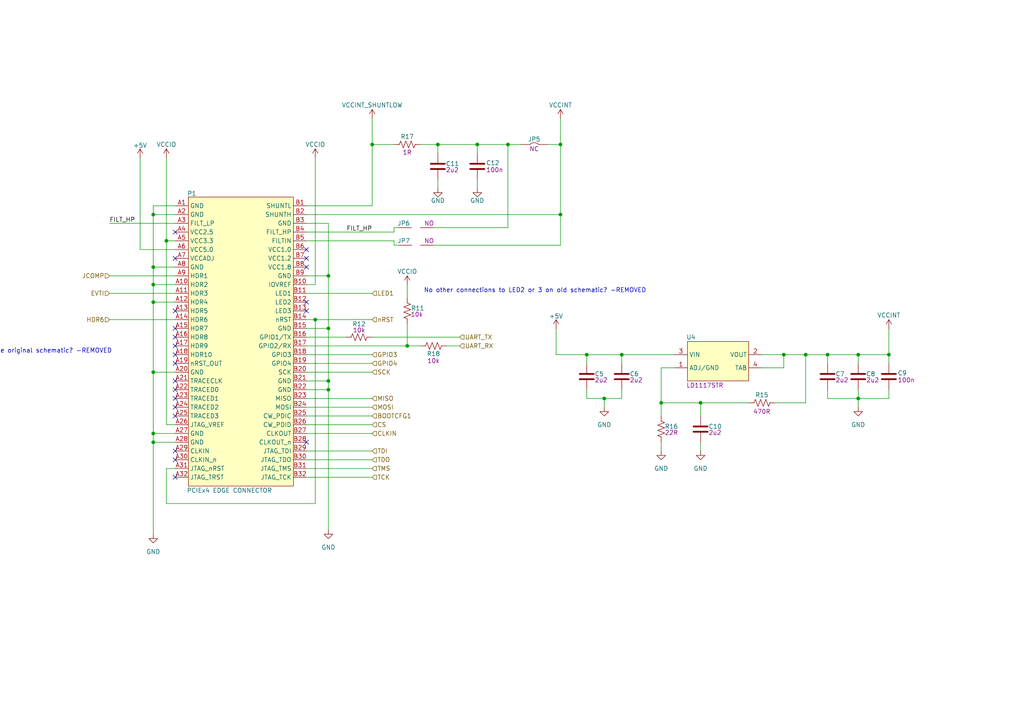
<source format=kicad_sch>
(kicad_sch (version 20231120) (generator "eeschema") (generator_version "8.0")
  (paper "A4")
  (lib_symbols
    (symbol "0603_Yageo_Res:RES_10k_0603" (pin_numbers hide)
      (property "Reference" "R" (at -20.32 5.08 0))
      (property "Display Value" "10k" (at 15.24 5.08 0))
      (symbol "RES_10k_0603_0_1"
        (polyline (pts (xy -2.286 0) (xy -2.54 0)))
        (polyline (pts (xy 2.286 0) (xy 2.54 0)))
        (polyline (pts (xy -2.286 0) (xy -1.905 1.016) (xy -1.524 0) (xy -1.143 -1.016) (xy -0.762 0)))
        (polyline (pts (xy -0.762 0) (xy -0.381 1.016) (xy 0 0) (xy 0.381 -1.016) (xy 0.762 0)))
        (polyline (pts (xy 0.762 0) (xy 1.143 1.016) (xy 1.524 0) (xy 1.905 -1.016) (xy 2.286 0)))
      )
      (symbol "RES_10k_0603_1_1"
        (pin passive line (at -3.81 0 0) (length 1.27) (name "~") (number "1"))
        (pin passive line (at 3.81 0 180) (length 1.27) (name "~") (number "2"))
      )
    )
    (symbol "0603_Yageo_Res:RES_22R_0603" (pin_numbers hide)
      (property "Reference" "R" (at -20.32 5.08 0))
      (property "Display Value" "22R" (at 15.24 5.08 0))
      (symbol "RES_22R_0603_0_1"
        (polyline (pts (xy -2.286 0) (xy -2.54 0)))
        (polyline (pts (xy 2.286 0) (xy 2.54 0)))
        (polyline (pts (xy -2.286 0) (xy -1.905 1.016) (xy -1.524 0) (xy -1.143 -1.016) (xy -0.762 0)))
        (polyline (pts (xy -0.762 0) (xy -0.381 1.016) (xy 0 0) (xy 0.381 -1.016) (xy 0.762 0)))
        (polyline (pts (xy 0.762 0) (xy 1.143 1.016) (xy 1.524 0) (xy 1.905 -1.016) (xy 2.286 0)))
      )
      (symbol "RES_22R_0603_1_1"
        (pin passive line (at -3.81 0 0) (length 1.27) (name "~") (number "1"))
        (pin passive line (at 3.81 0 180) (length 1.27) (name "~") (number "2"))
      )
    )
    (symbol "0603_Yageo_Res:RES_470R_0603" (pin_numbers hide)
      (property "Reference" "R" (at -20.32 5.08 0))
      (property "Display Value" "470R" (at 15.24 5.08 0))
      (symbol "RES_470R_0603_0_1"
        (polyline (pts (xy -2.286 0) (xy -2.54 0)))
        (polyline (pts (xy 2.286 0) (xy 2.54 0)))
        (polyline (pts (xy -2.286 0) (xy -1.905 1.016) (xy -1.524 0) (xy -1.143 -1.016) (xy -0.762 0)))
        (polyline (pts (xy -0.762 0) (xy -0.381 1.016) (xy 0 0) (xy 0.381 -1.016) (xy 0.762 0)))
        (polyline (pts (xy 0.762 0) (xy 1.143 1.016) (xy 1.524 0) (xy 1.905 -1.016) (xy 2.286 0)))
      )
      (symbol "RES_470R_0603_1_1"
        (pin passive line (at -3.81 0 0) (length 1.27) (name "~") (number "1"))
        (pin passive line (at 3.81 0 180) (length 1.27) (name "~") (number "2"))
      )
    )
    (symbol "NAE_Connectors:CW312T-Template" (in_bom no)
      (property "Reference" "P" (at -15.24 3.81 0))
      (property "Value" "PCIEx4 EDGE CONNECTOR " (at 3.81 3.81 0))
      (symbol "CW312T-Template_1_1"
        (rectangle (start -15.24 2.54) (end 15.24 -81.28) (fill (type background)))
        (pin unspecified line (at -19.05 0 0) (length 3.81) (name "GND") (number "A1"))
        (pin unspecified line (at -19.05 -22.86 0) (length 3.81) (name "HDR2") (number "A10"))
        (pin unspecified line (at -19.05 -25.4 0) (length 3.81) (name "HDR3") (number "A11"))
        (pin unspecified line (at -19.05 -27.94 0) (length 3.81) (name "HDR4") (number "A12"))
        (pin unspecified line (at -19.05 -30.48 0) (length 3.81) (name "HDR5") (number "A13"))
        (pin unspecified line (at -19.05 -33.02 0) (length 3.81) (name "HDR6") (number "A14"))
        (pin unspecified line (at -19.05 -35.56 0) (length 3.81) (name "HDR7") (number "A15"))
        (pin unspecified line (at -19.05 -38.1 0) (length 3.81) (name "HDR8") (number "A16"))
        (pin unspecified line (at -19.05 -40.64 0) (length 3.81) (name "HDR9") (number "A17"))
        (pin unspecified line (at -19.05 -43.18 0) (length 3.81) (name "HDR10") (number "A18"))
        (pin unspecified line (at -19.05 -45.72 0) (length 3.81) (name "nRST_OUT") (number "A19"))
        (pin unspecified line (at -19.05 -2.54 0) (length 3.81) (name "GND") (number "A2"))
        (pin unspecified line (at -19.05 -48.26 0) (length 3.81) (name "GND") (number "A20"))
        (pin unspecified line (at -19.05 -50.8 0) (length 3.81) (name "TRACECLK") (number "A21"))
        (pin unspecified line (at -19.05 -53.34 0) (length 3.81) (name "TRACED0") (number "A22"))
        (pin unspecified line (at -19.05 -55.88 0) (length 3.81) (name "TRACED1") (number "A23"))
        (pin unspecified line (at -19.05 -58.42 0) (length 3.81) (name "TRACED2") (number "A24"))
        (pin unspecified line (at -19.05 -60.96 0) (length 3.81) (name "TRACED3") (number "A25"))
        (pin unspecified line (at -19.05 -63.5 0) (length 3.81) (name "JTAG_VREF") (number "A26"))
        (pin unspecified line (at -19.05 -66.04 0) (length 3.81) (name "GND") (number "A27"))
        (pin unspecified line (at -19.05 -68.58 0) (length 3.81) (name "GND") (number "A28"))
        (pin unspecified line (at -19.05 -71.12 0) (length 3.81) (name "CLKIN") (number "A29"))
        (pin unspecified line (at -19.05 -5.08 0) (length 3.81) (name "FILT_LP") (number "A3"))
        (pin unspecified line (at -19.05 -73.66 0) (length 3.81) (name "CLKIN_n") (number "A30"))
        (pin unspecified line (at -19.05 -76.2 0) (length 3.81) (name "JTAG_nRST") (number "A31"))
        (pin unspecified line (at -19.05 -78.74 0) (length 3.81) (name "JTAG_TRST") (number "A32"))
        (pin unspecified line (at -19.05 -7.62 0) (length 3.81) (name "VCC2.5") (number "A4"))
        (pin unspecified line (at -19.05 -10.16 0) (length 3.81) (name "VCC3.3") (number "A5"))
        (pin unspecified line (at -19.05 -12.7 0) (length 3.81) (name "VCC5.0") (number "A6"))
        (pin unspecified line (at -19.05 -15.24 0) (length 3.81) (name "VCCADJ") (number "A7"))
        (pin unspecified line (at -19.05 -17.78 0) (length 3.81) (name "GND") (number "A8"))
        (pin unspecified line (at -19.05 -20.32 0) (length 3.81) (name "HDR1") (number "A9"))
        (pin unspecified line (at 19.05 0 180) (length 3.81) (name "SHUNTL") (number "B1"))
        (pin unspecified line (at 19.05 -22.86 180) (length 3.81) (name "IOVREF") (number "B10"))
        (pin unspecified line (at 19.05 -25.4 180) (length 3.81) (name "LED1") (number "B11"))
        (pin unspecified line (at 19.05 -27.94 180) (length 3.81) (name "LED2") (number "B12"))
        (pin unspecified line (at 19.05 -30.48 180) (length 3.81) (name "LED3") (number "B13"))
        (pin unspecified line (at 19.05 -33.02 180) (length 3.81) (name "nRST") (number "B14"))
        (pin unspecified line (at 19.05 -35.56 180) (length 3.81) (name "GND") (number "B15"))
        (pin unspecified line (at 19.05 -38.1 180) (length 3.81) (name "GPIO1/TX") (number "B16"))
        (pin unspecified line (at 19.05 -40.64 180) (length 3.81) (name "GPIO2/RX") (number "B17"))
        (pin unspecified line (at 19.05 -43.18 180) (length 3.81) (name "GPIO3") (number "B18"))
        (pin unspecified line (at 19.05 -45.72 180) (length 3.81) (name "GPIO4") (number "B19"))
        (pin unspecified line (at 19.05 -2.54 180) (length 3.81) (name "SHUNTH") (number "B2"))
        (pin unspecified line (at 19.05 -48.26 180) (length 3.81) (name "SCK") (number "B20"))
        (pin unspecified line (at 19.05 -50.8 180) (length 3.81) (name "GND") (number "B21"))
        (pin unspecified line (at 19.05 -53.34 180) (length 3.81) (name "GND") (number "B22"))
        (pin unspecified line (at 19.05 -55.88 180) (length 3.81) (name "MISO") (number "B23"))
        (pin unspecified line (at 19.05 -58.42 180) (length 3.81) (name "MOSI") (number "B24"))
        (pin unspecified line (at 19.05 -60.96 180) (length 3.81) (name "CW_PDIC") (number "B25"))
        (pin unspecified line (at 19.05 -63.5 180) (length 3.81) (name "CW_PDID") (number "B26"))
        (pin unspecified line (at 19.05 -66.04 180) (length 3.81) (name "CLKOUT") (number "B27"))
        (pin unspecified line (at 19.05 -68.58 180) (length 3.81) (name "CLKOUT_n") (number "B28"))
        (pin unspecified line (at 19.05 -71.12 180) (length 3.81) (name "JTAG_TDI") (number "B29"))
        (pin unspecified line (at 19.05 -5.08 180) (length 3.81) (name "GND") (number "B3"))
        (pin unspecified line (at 19.05 -73.66 180) (length 3.81) (name "JTAG_TDO") (number "B30"))
        (pin unspecified line (at 19.05 -76.2 180) (length 3.81) (name "JTAG_TMS") (number "B31"))
        (pin unspecified line (at 19.05 -78.74 180) (length 3.81) (name "JTAG_TCK") (number "B32"))
        (pin unspecified line (at 19.05 -7.62 180) (length 3.81) (name "FILT_HP") (number "B4"))
        (pin unspecified line (at 19.05 -10.16 180) (length 3.81) (name "FILTIN") (number "B5"))
        (pin unspecified line (at 19.05 -12.7 180) (length 3.81) (name "VCC1.0") (number "B6"))
        (pin unspecified line (at 19.05 -15.24 180) (length 3.81) (name "VCC1.2") (number "B7"))
        (pin unspecified line (at 19.05 -17.78 180) (length 3.81) (name "VCC1.8") (number "B8"))
        (pin unspecified line (at 19.05 -20.32 180) (length 3.81) (name "GND") (number "B9"))
      )
    )
    (symbol "NAE_Connectors:Solder_Jumper_2_NO" (pin_numbers hide) (in_bom no)
      (property "Reference" "JP" (at 2.54 2.54 0))
      (property "Display Value" "NO" (at 2.54 0 0))
      (symbol "Solder_Jumper_2_NO_1_1"
        (pin unspecified line (at 0 -5.08 90) (length 3.81) (name "") (number "1"))
        (pin unspecified line (at 0 5.08 270) (length 3.81) (name "") (number "2"))
      )
    )
    (symbol "NAE_Integrated_Circuits:LD1117STR"
      (property "Reference" "U" (at -7.62 6.35 0))
      (property "Display Value" "LD1117STR" (at -2.54 -7.62 0))
      (symbol "LD1117STR_1_1"
        (rectangle (start -8.89 5.08) (end 8.89 -6.35) (fill (type background)))
        (pin unspecified line (at -12.7 -2.54 0) (length 3.81) (name "ADJ/GND") (number "1"))
        (pin unspecified line (at 12.7 1.27 180) (length 3.81) (name "VOUT") (number "2"))
        (pin unspecified line (at -12.7 1.27 0) (length 3.81) (name "VIN") (number "3"))
        (pin unspecified line (at 12.7 -2.54 180) (length 3.81) (name "TAB") (number "4"))
      )
    )
    (symbol "nae_caps:CAP_100n_16V_0402" (pin_numbers hide)
      (property "Reference" "C" (at -20.32 5.08 0))
      (property "Display Value" "100n" (at 15.24 5.08 0))
      (symbol "CAP_100n_16V_0402_0_1"
        (polyline (pts (xy -0.762 -2.032) (xy -0.762 2.032)) (stroke (width 0.508)))
        (polyline (pts (xy 0.762 -2.032) (xy 0.762 2.032)) (stroke (width 0.508)))
      )
      (symbol "CAP_100n_16V_0402_1_1"
        (pin passive line (at -3.81 0 0) (length 2.794) (name "~") (number "1"))
        (pin passive line (at 3.81 0 180) (length 2.794) (name "~") (number "2"))
      )
    )
    (symbol "nae_caps:CAP_2u2_10V_0603" (pin_numbers hide)
      (property "Reference" "C" (at -20.32 5.08 0))
      (property "Display Value" "2u2" (at 15.24 5.08 0))
      (symbol "CAP_2u2_10V_0603_0_1"
        (polyline (pts (xy -0.762 -2.032) (xy -0.762 2.032)) (stroke (width 0.508)))
        (polyline (pts (xy 0.762 -2.032) (xy 0.762 2.032)) (stroke (width 0.508)))
      )
      (symbol "CAP_2u2_10V_0603_1_1"
        (pin passive line (at -3.81 0 0) (length 2.794) (name "~") (number "1"))
        (pin passive line (at 3.81 0 180) (length 2.794) (name "~") (number "2"))
      )
    )
    (symbol "power:GND" (power) (pin_numbers hide) (pin_names (offset 0) hide)
      (property "Value" "GND" (at 0 -3.81 0))
      (symbol "GND_0_1"
        (polyline (pts (xy 0 0) (xy 0 -1.27) (xy 1.27 -1.27) (xy 0 -2.54) (xy -1.27 -1.27) (xy 0 -1.27)))
      )
      (symbol "GND_1_1"
        (pin power_in line (at 0 0 270) (length 0) (name "~") (number "1"))
      )
    )
    (symbol "power:VCC" (power) (pin_numbers hide) (pin_names (offset 0) hide)
      (property "Value" "VCC" (at 0 3.556 0))
      (symbol "VCC_0_1"
        (polyline (pts (xy -0.762 1.27) (xy 0 2.54)))
        (polyline (pts (xy 0 0) (xy 0 2.54)))
        (polyline (pts (xy 0 2.54) (xy 0.762 1.27)))
      )
      (symbol "VCC_1_1"
        (pin power_in line (at 0 0 90) (length 0) (name "~") (number "1"))
      )
    )
    (symbol "tutorial_2_library:RES_1R_0805" (pin_numbers hide)
      (property "Reference" "R" (at -20.32 5.08 0))
      (property "Display Value" "1R" (at 15.24 5.08 0))
      (symbol "RES_1R_0805_0_1"
        (polyline (pts (xy -2.286 0) (xy -2.54 0)))
        (polyline (pts (xy 2.286 0) (xy 2.54 0)))
        (polyline (pts (xy -2.286 0) (xy -1.905 1.016) (xy -1.524 0) (xy -1.143 -1.016) (xy -0.762 0)))
        (polyline (pts (xy -0.762 0) (xy -0.381 1.016) (xy 0 0) (xy 0.381 -1.016) (xy 0.762 0)))
        (polyline (pts (xy 0.762 0) (xy 1.143 1.016) (xy 1.524 0) (xy 1.905 -1.016) (xy 2.286 0)))
      )
      (symbol "RES_1R_0805_1_1"
        (pin passive line (at -3.81 0 0) (length 1.27) (name "~") (number "1"))
        (pin passive line (at 3.81 0 180) (length 1.27) (name "~") (number "2"))
      )
    )
    (symbol "tutorial_2_library:Solder_Jumper_2_NC" (pin_numbers hide)
      (property "Reference" "JP" (at -3.81 3.81 0))
      (property "Display Value" "NC" (at -3.81 0 0))
      (symbol "Solder_Jumper_2_NC_1_1"
        (arc (start 0 1.27) (mid -0.526 0) (end 0 -1.27))
        (pin unspecified line (at 0 3.81 270) (length 2.54) (name "") (number "1"))
        (pin unspecified line (at 0 -3.81 90) (length 2.54) (name "") (number "2"))
      )
    )
  )
  (junction (at 248.92 102.87))
  (junction (at 44.45 62.23))
  (junction (at 95.25 110.49))
  (junction (at 175.26 115.57))
  (junction (at 127 41.91))
  (junction (at 170.18 102.87))
  (junction (at 44.45 128.27))
  (junction (at 180.34 102.87))
  (junction (at 44.45 107.95))
  (junction (at 44.45 87.63))
  (junction (at 227.33 102.87))
  (junction (at 91.44 92.71))
  (junction (at 118.11 100.33))
  (junction (at 248.92 115.57))
  (junction (at 48.26 69.85))
  (junction (at 44.45 77.47))
  (junction (at 233.68 102.87))
  (junction (at 203.2 116.84))
  (junction (at 147.32 41.91))
  (junction (at 257.81 102.87))
  (junction (at 162.56 41.91))
  (junction (at 95.25 113.03))
  (junction (at 191.77 116.84))
  (junction (at 240.03 102.87))
  (junction (at 44.45 125.73))
  (junction (at 95.25 95.25))
  (junction (at 162.56 62.23))
  (junction (at 44.45 82.55))
  (junction (at 138.43 41.91))
  (junction (at 95.25 80.01))
  (junction (at 107.95 41.91))
  (no_connect (at 50.8 97.79))
  (no_connect (at 50.8 105.41))
  (no_connect (at 50.8 67.31))
  (no_connect (at 50.8 110.49))
  (no_connect (at 88.9 74.93))
  (no_connect (at 50.8 133.35))
  (no_connect (at 50.8 90.17))
  (no_connect (at 88.9 72.39))
  (no_connect (at 50.8 118.11))
  (no_connect (at 88.9 128.27))
  (no_connect (at 50.8 130.81))
  (no_connect (at 88.9 87.63))
  (no_connect (at 50.8 100.33))
  (no_connect (at 50.8 102.87))
  (no_connect (at 50.8 120.65))
  (no_connect (at 50.8 113.03))
  (no_connect (at 50.8 138.43))
  (no_connect (at 50.8 115.57))
  (no_connect (at 88.9 90.17))
  (no_connect (at 50.8 74.93))
  (no_connect (at 88.9 77.47))
  (no_connect (at 50.8 95.25))
  (wire (pts (xy 191.77 128.27) (xy 191.77 130.81)))
  (wire (pts (xy 127 52.07) (xy 127 54.61)))
  (wire (pts (xy 48.26 135.89) (xy 48.26 146.05)))
  (wire (pts (xy 95.25 110.49) (xy 95.25 113.03)))
  (wire (pts (xy 114.3 71.12) (xy 114.3 69.85)))
  (wire (pts (xy 191.77 116.84) (xy 203.2 116.84)))
  (wire (pts (xy 180.34 115.57) (xy 180.34 113.03)))
  (wire (pts (xy 248.92 115.57) (xy 248.92 113.03)))
  (wire (pts (xy 48.26 123.19) (xy 50.8 123.19)))
  (wire (pts (xy 227.33 102.87) (xy 220.98 102.87)))
  (wire (pts (xy 248.92 115.57) (xy 248.92 118.11)))
  (wire (pts (xy 114.3 71.12) (xy 115.57 71.12)))
  (wire (pts (xy 175.26 115.57) (xy 175.26 118.11)))
  (wire (pts (xy 95.25 113.03) (xy 95.25 153.67)))
  (wire (pts (xy 88.9 102.87) (xy 107.95 102.87)))
  (wire (pts (xy 88.9 113.03) (xy 95.25 113.03)))
  (wire (pts (xy 50.8 135.89) (xy 48.26 135.89)))
  (wire (pts (xy 44.45 107.95) (xy 44.45 125.73)))
  (wire (pts (xy 88.9 92.71) (xy 91.44 92.71)))
  (wire (pts (xy 40.64 45.72) (xy 40.64 72.39)))
  (wire (pts (xy 95.25 80.01) (xy 95.25 95.25)))
  (wire (pts (xy 191.77 106.68) (xy 191.77 116.84)))
  (wire (pts (xy 175.26 115.57) (xy 180.34 115.57)))
  (wire (pts (xy 44.45 125.73) (xy 50.8 125.73)))
  (wire (pts (xy 138.43 52.07) (xy 138.43 54.61)))
  (wire (pts (xy 44.45 125.73) (xy 44.45 128.27)))
  (wire (pts (xy 240.03 115.57) (xy 248.92 115.57)))
  (wire (pts (xy 44.45 128.27) (xy 44.45 154.94)))
  (wire (pts (xy 88.9 97.79) (xy 100.33 97.79)))
  (wire (pts (xy 114.3 66.04) (xy 115.57 66.04)))
  (wire (pts (xy 138.43 41.91) (xy 127 41.91)))
  (wire (pts (xy 88.9 125.73) (xy 107.95 125.73)))
  (wire (pts (xy 88.9 130.81) (xy 107.95 130.81)))
  (wire (pts (xy 161.29 95.25) (xy 161.29 102.87)))
  (wire (pts (xy 88.9 135.89) (xy 107.95 135.89)))
  (wire (pts (xy 147.32 41.91) (xy 138.43 41.91)))
  (wire (pts (xy 114.3 67.31) (xy 88.9 67.31)))
  (wire (pts (xy 44.45 59.69) (xy 44.45 62.23)))
  (wire (pts (xy 95.25 95.25) (xy 95.25 110.49)))
  (wire (pts (xy 88.9 120.65) (xy 107.95 120.65)))
  (wire (pts (xy 88.9 80.01) (xy 95.25 80.01)))
  (wire (pts (xy 107.95 41.91) (xy 107.95 59.69)))
  (wire (pts (xy 195.58 102.87) (xy 180.34 102.87)))
  (wire (pts (xy 170.18 102.87) (xy 180.34 102.87)))
  (wire (pts (xy 220.98 106.68) (xy 227.33 106.68)))
  (wire (pts (xy 44.45 107.95) (xy 50.8 107.95)))
  (wire (pts (xy 257.81 95.25) (xy 257.81 102.87)))
  (wire (pts (xy 162.56 62.23) (xy 162.56 71.12)))
  (wire (pts (xy 88.9 62.23) (xy 162.56 62.23)))
  (wire (pts (xy 91.44 146.05) (xy 91.44 92.71)))
  (wire (pts (xy 248.92 102.87) (xy 248.92 105.41)))
  (wire (pts (xy 118.11 100.33) (xy 121.92 100.33)))
  (wire (pts (xy 240.03 102.87) (xy 248.92 102.87)))
  (wire (pts (xy 88.9 115.57) (xy 107.95 115.57)))
  (wire (pts (xy 88.9 95.25) (xy 95.25 95.25)))
  (wire (pts (xy 88.9 59.69) (xy 107.95 59.69)))
  (wire (pts (xy 44.45 62.23) (xy 44.45 77.47)))
  (wire (pts (xy 48.26 69.85) (xy 50.8 69.85)))
  (wire (pts (xy 138.43 41.91) (xy 138.43 44.45)))
  (wire (pts (xy 44.45 59.69) (xy 50.8 59.69)))
  (wire (pts (xy 180.34 102.87) (xy 180.34 105.41)))
  (wire (pts (xy 88.9 85.09) (xy 107.95 85.09)))
  (wire (pts (xy 114.3 66.04) (xy 114.3 67.31)))
  (wire (pts (xy 88.9 105.41) (xy 107.95 105.41)))
  (wire (pts (xy 107.95 41.91) (xy 114.3 41.91)))
  (wire (pts (xy 88.9 118.11) (xy 107.95 118.11)))
  (wire (pts (xy 162.56 41.91) (xy 162.56 62.23)))
  (wire (pts (xy 170.18 102.87) (xy 170.18 105.41)))
  (wire (pts (xy 125.73 71.12) (xy 162.56 71.12)))
  (wire (pts (xy 31.75 80.01) (xy 50.8 80.01)))
  (wire (pts (xy 44.45 62.23) (xy 50.8 62.23)))
  (wire (pts (xy 88.9 123.19) (xy 107.95 123.19)))
  (wire (pts (xy 48.26 69.85) (xy 48.26 123.19)))
  (wire (pts (xy 203.2 116.84) (xy 217.17 116.84)))
  (wire (pts (xy 44.45 82.55) (xy 44.45 87.63)))
  (wire (pts (xy 118.11 93.98) (xy 118.11 100.33)))
  (wire (pts (xy 44.45 87.63) (xy 50.8 87.63)))
  (wire (pts (xy 44.45 87.63) (xy 44.45 107.95)))
  (wire (pts (xy 125.73 66.04) (xy 147.32 66.04)))
  (wire (pts (xy 88.9 133.35) (xy 107.95 133.35)))
  (wire (pts (xy 257.81 102.87) (xy 257.81 105.41)))
  (wire (pts (xy 88.9 82.55) (xy 91.44 82.55)))
  (wire (pts (xy 88.9 138.43) (xy 107.95 138.43)))
  (wire (pts (xy 44.45 77.47) (xy 44.45 82.55)))
  (wire (pts (xy 91.44 92.71) (xy 107.95 92.71)))
  (wire (pts (xy 147.32 41.91) (xy 151.13 41.91)))
  (wire (pts (xy 114.3 69.85) (xy 88.9 69.85)))
  (wire (pts (xy 248.92 115.57) (xy 257.81 115.57)))
  (wire (pts (xy 227.33 102.87) (xy 233.68 102.87)))
  (wire (pts (xy 248.92 102.87) (xy 257.81 102.87)))
  (wire (pts (xy 240.03 113.03) (xy 240.03 115.57)))
  (wire (pts (xy 88.9 107.95) (xy 107.95 107.95)))
  (wire (pts (xy 240.03 102.87) (xy 240.03 105.41)))
  (wire (pts (xy 158.75 41.91) (xy 162.56 41.91)))
  (wire (pts (xy 203.2 128.27) (xy 203.2 130.81)))
  (wire (pts (xy 195.58 106.68) (xy 191.77 106.68)))
  (wire (pts (xy 88.9 100.33) (xy 118.11 100.33)))
  (wire (pts (xy 257.81 115.57) (xy 257.81 113.03)))
  (wire (pts (xy 31.75 64.77) (xy 50.8 64.77)))
  (wire (pts (xy 191.77 116.84) (xy 191.77 120.65)))
  (wire (pts (xy 48.26 45.72) (xy 48.26 69.85)))
  (wire (pts (xy 31.75 92.71) (xy 50.8 92.71)))
  (wire (pts (xy 44.45 82.55) (xy 50.8 82.55)))
  (wire (pts (xy 170.18 113.03) (xy 170.18 115.57)))
  (wire (pts (xy 224.79 116.84) (xy 233.68 116.84)))
  (wire (pts (xy 48.26 146.05) (xy 91.44 146.05)))
  (wire (pts (xy 44.45 77.47) (xy 50.8 77.47)))
  (wire (pts (xy 50.8 72.39) (xy 40.64 72.39)))
  (wire (pts (xy 88.9 64.77) (xy 95.25 64.77)))
  (wire (pts (xy 162.56 34.29) (xy 162.56 41.91)))
  (wire (pts (xy 127 41.91) (xy 127 44.45)))
  (wire (pts (xy 121.92 41.91) (xy 127 41.91)))
  (wire (pts (xy 227.33 106.68) (xy 227.33 102.87)))
  (wire (pts (xy 170.18 102.87) (xy 161.29 102.87)))
  (wire (pts (xy 129.54 100.33) (xy 133.35 100.33)))
  (wire (pts (xy 147.32 66.04) (xy 147.32 41.91)))
  (wire (pts (xy 88.9 110.49) (xy 95.25 110.49)))
  (wire (pts (xy 107.95 34.29) (xy 107.95 41.91)))
  (wire (pts (xy 91.44 45.72) (xy 91.44 82.55)))
  (wire (pts (xy 203.2 116.84) (xy 203.2 120.65)))
  (wire (pts (xy 95.25 64.77) (xy 95.25 80.01)))
  (wire (pts (xy 107.95 97.79) (xy 133.35 97.79)))
  (wire (pts (xy 31.75 85.09) (xy 50.8 85.09)))
  (wire (pts (xy 233.68 116.84) (xy 233.68 102.87)))
  (wire (pts (xy 44.45 128.27) (xy 50.8 128.27)))
  (wire (pts (xy 118.11 82.55) (xy 118.11 86.36)))
  (wire (pts (xy 233.68 102.87) (xy 240.03 102.87)))
  (wire (pts (xy 170.18 115.57) (xy 175.26 115.57)))
  (text "No connections to the other hdrs on the original schematic? -REMOVED\n" (at -3.048 101.854 0) (effects (font (size 1.27 1.27))))
  (text "No other connections to LED2 or 3 on old schematic? -REMOVED\n\n" (at 155.194 85.344 0) (effects (font (size 1.27 1.27))))
  (label "FILT_HP" (at 107.95 67.31 180))
  (label "FILT_HP" (at 31.75 64.77 0))
  (hierarchical_label "LED1" (shape input) (at 107.95 85.09 0))
  (hierarchical_label "UART_RX" (shape input) (at 133.35 100.33 0))
  (hierarchical_label "CS" (shape input) (at 107.95 123.19 0))
  (hierarchical_label "TDO" (shape input) (at 107.95 133.35 0))
  (hierarchical_label "TMS" (shape input) (at 107.95 135.89 0))
  (hierarchical_label "TDI" (shape input) (at 107.95 130.81 0))
  (hierarchical_label "CLKIN" (shape input) (at 107.95 125.73 0))
  (hierarchical_label "BOOTCFG1" (shape input) (at 107.95 120.65 0))
  (hierarchical_label "HDR6" (shape input) (at 31.75 92.71 180))
  (hierarchical_label "GPIO3" (shape input) (at 107.95 102.87 0))
  (hierarchical_label "TCK" (shape input) (at 107.95 138.43 0))
  (hierarchical_label "GPIO4" (shape input) (at 107.95 105.41 0))
  (hierarchical_label "SCK" (shape input) (at 107.95 107.95 0))
  (hierarchical_label "nRST" (shape input) (at 107.95 92.71 0))
  (hierarchical_label "UART_TX" (shape input) (at 133.35 97.79 0))
  (hierarchical_label "MOSI" (shape input) (at 107.95 118.11 0))
  (hierarchical_label "EVTI" (shape input) (at 31.75 85.09 180))
  (hierarchical_label "JCOMP" (shape input) (at 31.75 80.01 180))
  (hierarchical_label "MISO" (shape input) (at 107.95 115.57 0))
  (symbol (lib_id "0603_Yageo_Res:RES_470R_0603") (at 220.98 116.84 0) (unit 1)
    (property "Reference" "R15" (at 220.98 114.554 0))
    (property "Value" "RES_470R_0603" (effects (hide yes)))
    (property "Footprint" "Resistor_SMD:R_0603_1608Metric" (effects (hide yes)))
    (property "Datasheet" "https://www.yageo.com/upload/media/product/products/datasheet/rchip/PYu-RC_Group_51_RoHS_L_12.pdf" (effects (hide yes)))
    (property "Description" "RES 470 OHM 1% 1/10W 0603" (effects (hide yes)))
    (property "Display Value" "470R" (at 220.98 119.38 0))
    (property "Manufacturer" "YAGEO" (effects (hide yes)))
    (property "Manufacturer Part Number" "RC0603FR-13470RL" (effects (hide yes)))
    (property "Supplier 1" "DigiKey" (effects (hide yes)))
    (property "Supplier 1 Part Number" "13-RC0603FR-13470RLCT-ND" (effects (hide yes)))
    (property "Supplier 2" "no_data" (effects (hide yes)))
    (property "Supplier 2 Part Number" "no_data" (effects (hide yes)))
  )
  (symbol (lib_id "NAE_Connectors:Solder_Jumper_2_NO") (at 120.65 71.12 90) (unit 1) (in_bom no)
    (property "Reference" "JP7" (at 117.094 69.85 90))
    (property "Footprint" "Jumper:SolderJumper-2_P1.3mm_Open_Pad1.0x1.5mm" (effects (hide yes)))
    (property "Display Value" "NO" (at 124.46 69.85 90))
  )
  (symbol (lib_id "nae_caps:CAP_2u2_10V_0603") (at 127 48.26 90) (unit 1)
    (property "Reference" "C11" (at 129.286 47.498 90) (effects (justify right)))
    (property "Value" "CAP_2u2_10V_0603" (effects (hide yes)))
    (property "Footprint" "Capacitor_SMD:C_0603_1608Metric" (effects (hide yes)))
    (property "Datasheet" "https://www.yageo.com/upload/media/product/productsearch/datasheet/mlcc/UPY-GPHC_X7R_6.3V-to-250V_24.pdf" (effects (hide yes)))
    (property "Description" "CAP CER 2.2UF 10V X7R 0603" (effects (hide yes)))
    (property "Display Value" "2u2" (at 129.286 49.276 90) (effects (justify right)))
    (property "Manufacturer" "YAGEO" (effects (hide yes)))
    (property "Manufacturer Part Number" "CC0603KPX7R6BB225" (effects (hide yes)))
    (property "Supplier 1" "DigiKey" (effects (hide yes)))
    (property "Supplier 1 Part Number" "13-CC0603KPX7R6BB225CT-ND" (effects (hide yes)))
    (property "Supplier 2" "no_data" (effects (hide yes)))
    (property "Supplier 2 Part Number" "no_data" (effects (hide yes)))
  )
  (symbol (lib_id "power:GND") (at 191.77 130.81 0) (unit 1)
    (property "Reference" "#PWR013" (effects (hide yes)))
    (property "Value" "GND" (at 191.77 135.89 0))
    (property "Description" "Power symbol creates a global label with name \"GND\" , ground" (effects (hide yes)))
  )
  (symbol (lib_id "power:GND") (at 138.43 54.61 0) (unit 1)
    (property "Reference" "#PWR08" (effects (hide yes)))
    (property "Value" "GND" (at 138.43 58.166 0))
    (property "Description" "Power symbol creates a global label with name \"GND\" , ground" (effects (hide yes)))
  )
  (symbol (lib_id "0603_Yageo_Res:RES_10k_0603") (at 118.11 90.17 90) (unit 1)
    (property "Reference" "R11" (at 121.158 89.408 90))
    (property "Value" "RES_10k_0603" (effects (hide yes)))
    (property "Footprint" "Resistor_SMD:R_0603_1608Metric" (effects (hide yes)))
    (property "Datasheet" "https://www.yageo.com/upload/media/product/products/datasheet/rchip/PYu-RC_Group_51_RoHS_L_12.pdf" (effects (hide yes)))
    (property "Description" "RES 10K OHM 1% 1/10W 0603" (effects (hide yes)))
    (property "Display Value" "10k" (at 120.904 91.186 90))
    (property "Manufacturer" "YAGEO" (effects (hide yes)))
    (property "Manufacturer Part Number" "RC0603FR-0710KL" (effects (hide yes)))
    (property "Supplier 1" "DigiKey" (effects (hide yes)))
    (property "Supplier 1 Part Number" "311-10.0KHRCT-ND" (effects (hide yes)))
    (property "Supplier 2" "no_data" (effects (hide yes)))
    (property "Supplier 2 Part Number" "no_data" (effects (hide yes)))
  )
  (symbol (lib_id "power:GND") (at 95.25 153.67 0) (unit 1)
    (property "Reference" "#PWR04" (effects (hide yes)))
    (property "Value" "GND" (at 95.25 158.75 0))
    (property "Description" "Power symbol creates a global label with name \"GND\" , ground" (effects (hide yes)))
  )
  (symbol (lib_id "power:VCC") (at 257.81 95.25 0) (unit 1)
    (property "Reference" "#PWR015" (effects (hide yes)))
    (property "Value" "VCCINT" (at 257.81 91.44 0))
    (property "Description" "Power symbol creates a global label with name \"VCC\"" (effects (hide yes)))
  )
  (symbol (lib_id "tutorial_2_library:RES_1R_0805") (at 118.11 41.91 0) (unit 1)
    (property "Reference" "R17" (at 118.11 39.624 0))
    (property "Value" "RES_1R_0805" (effects (hide yes)))
    (property "Footprint" "Resistor_SMD:R_0805_2012Metric" (effects (hide yes)))
    (property "Datasheet" "https://www.yageo.com/upload/media/product/products/datasheet/rchip/PYu-RC_Group_51_RoHS_L_12.pdf" (effects (hide yes)))
    (property "Description" "RES 1 OHM 1% 1/8W 0805" (effects (hide yes)))
    (property "Display Value" "1R" (at 118.11 44.196 0))
    (property "Manufacturer" "YAGEO" (effects (hide yes)))
    (property "Manufacturer Part Number" "RC0805FR-071RL" (effects (hide yes)))
    (property "Supplier 1" "DigiKey" (effects (hide yes)))
    (property "Supplier 1 Part Number" "311-1.00CRCT-ND" (effects (hide yes)))
  )
  (symbol (lib_id "0603_Yageo_Res:RES_22R_0603") (at 191.77 124.46 90) (unit 1)
    (property "Reference" "R16" (at 192.786 123.698 90) (effects (justify right)))
    (property "Value" "RES_22R_0603" (effects (hide yes)))
    (property "Footprint" "Resistor_SMD:R_0603_1608Metric" (effects (hide yes)))
    (property "Datasheet" "https://www.yageo.com/upload/media/product/products/datasheet/rchip/PYu-RC_Group_51_RoHS_L_12.pdf" (effects (hide yes)))
    (property "Description" "RES 22 OHM 1% 1/10W 0603" (effects (hide yes)))
    (property "Display Value" "22R" (at 192.786 125.476 90) (effects (justify right)))
    (property "Manufacturer" "YAGEO" (effects (hide yes)))
    (property "Manufacturer Part Number" "RC0603FR-0722RL" (effects (hide yes)))
    (property "Supplier 1" "DigiKey" (effects (hide yes)))
    (property "Supplier 1 Part Number" "311-22.0HRCT-ND" (effects (hide yes)))
    (property "Supplier 2" "no_data" (effects (hide yes)))
    (property "Supplier 2 Part Number" "no_data" (effects (hide yes)))
  )
  (symbol (lib_id "power:GND") (at 44.45 154.94 0) (unit 1)
    (property "Reference" "#PWR03" (effects (hide yes)))
    (property "Value" "GND" (at 44.45 160.02 0))
    (property "Description" "Power symbol creates a global label with name \"GND\" , ground" (effects (hide yes)))
  )
  (symbol (lib_id "power:VCC") (at 107.95 34.29 0) (unit 1)
    (property "Reference" "#PWR010" (effects (hide yes)))
    (property "Value" "VCCINT_SHUNTLOW" (at 107.95 30.48 0))
    (property "Description" "Power symbol creates a global label with name \"VCC\"" (effects (hide yes)))
  )
  (symbol (lib_id "tutorial_2_library:Solder_Jumper_2_NC") (at 154.94 41.91 270) (unit 1)
    (property "Reference" "JP5" (at 154.94 40.386 90))
    (property "Footprint" "Jumper:SolderJumper-2_P1.3mm_Bridged2Bar_Pad1.0x1.5mm" (effects (hide yes)))
    (property "Display Value" "NC" (at 154.94 43.18 90))
  )
  (symbol (lib_id "nae_caps:CAP_2u2_10V_0603") (at 248.92 109.22 90) (unit 1)
    (property "Reference" "C8" (at 251.206 108.458 90) (effects (justify right)))
    (property "Value" "CAP_2u2_10V_0603" (effects (hide yes)))
    (property "Footprint" "Capacitor_SMD:C_0603_1608Metric" (effects (hide yes)))
    (property "Datasheet" "https://www.yageo.com/upload/media/product/productsearch/datasheet/mlcc/UPY-GPHC_X7R_6.3V-to-250V_24.pdf" (effects (hide yes)))
    (property "Description" "CAP CER 2.2UF 10V X7R 0603" (effects (hide yes)))
    (property "Display Value" "2u2" (at 251.206 110.236 90) (effects (justify right)))
    (property "Manufacturer" "YAGEO" (effects (hide yes)))
    (property "Manufacturer Part Number" "CC0603KPX7R6BB225" (effects (hide yes)))
    (property "Supplier 1" "DigiKey" (effects (hide yes)))
    (property "Supplier 1 Part Number" "13-CC0603KPX7R6BB225CT-ND" (effects (hide yes)))
    (property "Supplier 2" "no_data" (effects (hide yes)))
    (property "Supplier 2 Part Number" "no_data" (effects (hide yes)))
  )
  (symbol (lib_id "nae_caps:CAP_100n_16V_0402") (at 257.81 109.22 90) (unit 1)
    (property "Reference" "C9" (at 260.35 108.204 90) (effects (justify right)))
    (property "Value" "CAP_100n_16V_0402" (effects (hide yes)))
    (property "Footprint" "Capacitor_SMD:C_0402_1005Metric" (effects (hide yes)))
    (property "Datasheet" "https://www.yageo.com/upload/media/product/productsearch/datasheet/mlcc/UPY-GPHC_X7R_6.3V-to-250V_24.pdf" (effects (hide yes)))
    (property "Description" "CAP CER 0.1UF 16V X7R 0402" (effects (hide yes)))
    (property "Display Value" "100n" (at 260.35 110.236 90) (effects (justify right)))
    (property "Manufacturer" "YAGEO" (effects (hide yes)))
    (property "Manufacturer Part Number" "CC0402KRX7R7BB104" (effects (hide yes)))
    (property "Supplier 1" "DigiKey" (effects (hide yes)))
    (property "Supplier 1 Part Number" "311-1338-1-ND" (effects (hide yes)))
  )
  (symbol (lib_id "power:VCC") (at 162.56 34.29 0) (unit 1)
    (property "Reference" "#PWR09" (effects (hide yes)))
    (property "Value" "VCCINT" (at 162.56 30.48 0))
    (property "Description" "Power symbol creates a global label with name \"VCC\"" (effects (hide yes)))
  )
  (symbol (lib_id "0603_Yageo_Res:RES_10k_0603") (at 125.73 100.33 0) (unit 1)
    (property "Reference" "R18" (at 125.73 102.616 0))
    (property "Value" "RES_10k_0603" (effects (hide yes)))
    (property "Footprint" "Resistor_SMD:R_0603_1608Metric" (effects (hide yes)))
    (property "Datasheet" "https://www.yageo.com/upload/media/product/products/datasheet/rchip/PYu-RC_Group_51_RoHS_L_12.pdf" (effects (hide yes)))
    (property "Description" "RES 10K OHM 1% 1/10W 0603" (effects (hide yes)))
    (property "Display Value" "10k" (at 125.73 104.648 0))
    (property "Manufacturer" "YAGEO" (effects (hide yes)))
    (property "Manufacturer Part Number" "RC0603FR-0710KL" (effects (hide yes)))
    (property "Supplier 1" "DigiKey" (effects (hide yes)))
    (property "Supplier 1 Part Number" "311-10.0KHRCT-ND" (effects (hide yes)))
    (property "Supplier 2" "no_data" (effects (hide yes)))
    (property "Supplier 2 Part Number" "no_data" (effects (hide yes)))
  )
  (symbol (lib_id "nae_caps:CAP_2u2_10V_0603") (at 180.34 109.22 90) (unit 1)
    (property "Reference" "C6" (at 182.626 108.458 90) (effects (justify right)))
    (property "Value" "CAP_2u2_10V_0603" (effects (hide yes)))
    (property "Footprint" "Capacitor_SMD:C_0603_1608Metric" (effects (hide yes)))
    (property "Datasheet" "https://www.yageo.com/upload/media/product/productsearch/datasheet/mlcc/UPY-GPHC_X7R_6.3V-to-250V_24.pdf" (effects (hide yes)))
    (property "Description" "CAP CER 2.2UF 10V X7R 0603" (effects (hide yes)))
    (property "Display Value" "2u2" (at 182.626 110.236 90) (effects (justify right)))
    (property "Manufacturer" "YAGEO" (effects (hide yes)))
    (property "Manufacturer Part Number" "CC0603KPX7R6BB225" (effects (hide yes)))
    (property "Supplier 1" "DigiKey" (effects (hide yes)))
    (property "Supplier 1 Part Number" "13-CC0603KPX7R6BB225CT-ND" (effects (hide yes)))
    (property "Supplier 2" "no_data" (effects (hide yes)))
    (property "Supplier 2 Part Number" "no_data" (effects (hide yes)))
  )
  (symbol (lib_id "power:VCC") (at 91.44 45.72 0) (unit 1)
    (property "Reference" "#PWR05" (effects (hide yes)))
    (property "Value" "VCCIO" (at 91.44 41.91 0))
    (property "Description" "Power symbol creates a global label with name \"VCC\"" (effects (hide yes)))
  )
  (symbol (lib_id "power:VCC") (at 40.64 45.72 0) (unit 1)
    (property "Reference" "#PWR06" (effects (hide yes)))
    (property "Value" "+5V" (at 40.64 42.164 0))
    (property "Description" "Power symbol creates a global label with name \"VCC\"" (effects (hide yes)))
  )
  (symbol (lib_id "power:VCC") (at 118.11 82.55 0) (unit 1)
    (property "Reference" "#PWR01" (effects (hide yes)))
    (property "Value" "VCCIO" (at 118.11 78.74 0))
    (property "Description" "Power symbol creates a global label with name \"VCC\"" (effects (hide yes)))
  )
  (symbol (lib_id "0603_Yageo_Res:RES_10k_0603") (at 104.14 97.79 0) (unit 1)
    (property "Reference" "R12" (at 104.14 93.98 0))
    (property "Value" "RES_10k_0603" (effects (hide yes)))
    (property "Footprint" "Resistor_SMD:R_0603_1608Metric" (effects (hide yes)))
    (property "Datasheet" "https://www.yageo.com/upload/media/product/products/datasheet/rchip/PYu-RC_Group_51_RoHS_L_12.pdf" (effects (hide yes)))
    (property "Description" "RES 10K OHM 1% 1/10W 0603" (effects (hide yes)))
    (property "Display Value" "10k" (at 104.14 95.758 0))
    (property "Manufacturer" "YAGEO" (effects (hide yes)))
    (property "Manufacturer Part Number" "RC0603FR-0710KL" (effects (hide yes)))
    (property "Supplier 1" "DigiKey" (effects (hide yes)))
    (property "Supplier 1 Part Number" "311-10.0KHRCT-ND" (effects (hide yes)))
    (property "Supplier 2" "no_data" (effects (hide yes)))
    (property "Supplier 2 Part Number" "no_data" (effects (hide yes)))
  )
  (symbol (lib_id "NAE_Integrated_Circuits:LD1117STR") (at 208.28 104.14 0) (unit 1)
    (property "Reference" "U4" (at 200.406 97.79 0))
    (property "Value" "LD1117STR" (effects (hide yes)))
    (property "Footprint" "Package_TO_SOT_SMD:SOT-223" (effects (hide yes)))
    (property "Datasheet" "https://www.st.com/content/ccc/resource/technical/document/datasheet/99/3b/7d/91/91/51/4b/be/CD00000544.pdf/files/CD00000544.pdf/jcr:content/translations/en.CD00000544.pdf" (effects (hide yes)))
    (property "Description" "IC REG LIN POS ADJ 800MA SOT223" (effects (hide yes)))
    (property "Display Value" "LD1117STR" (at 204.47 111.76 0))
    (property "Manufacturer" "STMicroelectronics" (effects (hide yes)))
    (property "Manufacturer Part Number" "LD1117STR" (effects (hide yes)))
    (property "Supplier 1" "DigiKey" (effects (hide yes)))
    (property "Supplier 1 Part Number" "497-1244-1-ND" (effects (hide yes)))
  )
  (symbol (lib_id "power:VCC") (at 48.26 45.72 0) (unit 1)
    (property "Reference" "#PWR02" (effects (hide yes)))
    (property "Value" "VCCIO" (at 48.26 41.91 0))
    (property "Description" "Power symbol creates a global label with name \"VCC\"" (effects (hide yes)))
  )
  (symbol (lib_id "NAE_Connectors:CW312T-Template") (at 69.85 59.69 0) (unit 1) (in_bom no)
    (property "Reference" "P1" (at 55.626 56.134 0))
    (property "Value" "PCIEx4 EDGE CONNECTOR" (at 66.548 142.24 0))
    (property "Footprint" "tutorial_2_library:CW312_Template" (effects (hide yes)))
    (property "Description" "BOARD AND EDGE CONNECTOR TEMPLATE FOR CW312 TARGETS" (effects (hide yes)))
  )
  (symbol (lib_id "power:GND") (at 127 54.61 0) (unit 1)
    (property "Reference" "#PWR07" (effects (hide yes)))
    (property "Value" "GND" (at 127 58.166 0))
    (property "Description" "Power symbol creates a global label with name \"GND\" , ground" (effects (hide yes)))
  )
  (symbol (lib_id "power:VCC") (at 161.29 95.25 0) (unit 1)
    (property "Reference" "#PWR011" (effects (hide yes)))
    (property "Value" "+5V" (at 161.29 91.694 0))
    (property "Description" "Power symbol creates a global label with name \"VCC\"" (effects (hide yes)))
  )
  (symbol (lib_id "nae_caps:CAP_2u2_10V_0603") (at 240.03 109.22 90) (unit 1)
    (property "Reference" "C7" (at 242.316 108.458 90) (effects (justify right)))
    (property "Value" "CAP_2u2_10V_0603" (effects (hide yes)))
    (property "Footprint" "Capacitor_SMD:C_0603_1608Metric" (effects (hide yes)))
    (property "Datasheet" "https://www.yageo.com/upload/media/product/productsearch/datasheet/mlcc/UPY-GPHC_X7R_6.3V-to-250V_24.pdf" (effects (hide yes)))
    (property "Description" "CAP CER 2.2UF 10V X7R 0603" (effects (hide yes)))
    (property "Display Value" "2u2" (at 242.316 110.236 90) (effects (justify right)))
    (property "Manufacturer" "YAGEO" (effects (hide yes)))
    (property "Manufacturer Part Number" "CC0603KPX7R6BB225" (effects (hide yes)))
    (property "Supplier 1" "DigiKey" (effects (hide yes)))
    (property "Supplier 1 Part Number" "13-CC0603KPX7R6BB225CT-ND" (effects (hide yes)))
    (property "Supplier 2" "no_data" (effects (hide yes)))
    (property "Supplier 2 Part Number" "no_data" (effects (hide yes)))
  )
  (symbol (lib_id "nae_caps:CAP_2u2_10V_0603") (at 170.18 109.22 90) (unit 1)
    (property "Reference" "C5" (at 172.466 108.458 90) (effects (justify right)))
    (property "Value" "CAP_2u2_10V_0603" (effects (hide yes)))
    (property "Footprint" "Capacitor_SMD:C_0603_1608Metric" (effects (hide yes)))
    (property "Datasheet" "https://www.yageo.com/upload/media/product/productsearch/datasheet/mlcc/UPY-GPHC_X7R_6.3V-to-250V_24.pdf" (effects (hide yes)))
    (property "Description" "CAP CER 2.2UF 10V X7R 0603" (effects (hide yes)))
    (property "Display Value" "2u2" (at 172.466 110.236 90) (effects (justify right)))
    (property "Manufacturer" "YAGEO" (effects (hide yes)))
    (property "Manufacturer Part Number" "CC0603KPX7R6BB225" (effects (hide yes)))
    (property "Supplier 1" "DigiKey" (effects (hide yes)))
    (property "Supplier 1 Part Number" "13-CC0603KPX7R6BB225CT-ND" (effects (hide yes)))
    (property "Supplier 2" "no_data" (effects (hide yes)))
    (property "Supplier 2 Part Number" "no_data" (effects (hide yes)))
  )
  (symbol (lib_id "nae_caps:CAP_100n_16V_0402") (at 138.43 48.26 90) (unit 1)
    (property "Reference" "C12" (at 140.97 47.244 90) (effects (justify right)))
    (property "Value" "CAP_100n_16V_0402" (effects (hide yes)))
    (property "Footprint" "Capacitor_SMD:C_0402_1005Metric" (effects (hide yes)))
    (property "Datasheet" "https://www.yageo.com/upload/media/product/productsearch/datasheet/mlcc/UPY-GPHC_X7R_6.3V-to-250V_24.pdf" (effects (hide yes)))
    (property "Description" "CAP CER 0.1UF 16V X7R 0402" (effects (hide yes)))
    (property "Display Value" "100n" (at 140.97 49.276 90) (effects (justify right)))
    (property "Manufacturer" "YAGEO" (effects (hide yes)))
    (property "Manufacturer Part Number" "CC0402KRX7R7BB104" (effects (hide yes)))
    (property "Supplier 1" "DigiKey" (effects (hide yes)))
    (property "Supplier 1 Part Number" "311-1338-1-ND" (effects (hide yes)))
  )
  (symbol (lib_id "power:GND") (at 175.26 118.11 0) (unit 1)
    (property "Reference" "#PWR012" (effects (hide yes)))
    (property "Value" "GND" (at 175.26 123.19 0))
    (property "Description" "Power symbol creates a global label with name \"GND\" , ground" (effects (hide yes)))
  )
  (symbol (lib_id "NAE_Connectors:Solder_Jumper_2_NO") (at 120.65 66.04 90) (unit 1) (in_bom no)
    (property "Reference" "JP6" (at 117.094 64.77 90))
    (property "Footprint" "Jumper:SolderJumper-2_P1.3mm_Open_Pad1.0x1.5mm" (effects (hide yes)))
    (property "Display Value" "NO" (at 124.46 64.77 90))
  )
  (symbol (lib_id "power:GND") (at 248.92 118.11 0) (unit 1)
    (property "Reference" "#PWR016" (effects (hide yes)))
    (property "Value" "GND" (at 248.92 123.19 0))
    (property "Description" "Power symbol creates a global label with name \"GND\" , ground" (effects (hide yes)))
  )
  (symbol (lib_id "nae_caps:CAP_2u2_10V_0603") (at 203.2 124.46 90) (unit 1)
    (property "Reference" "C10" (at 205.486 123.698 90) (effects (justify right)))
    (property "Value" "CAP_2u2_10V_0603" (effects (hide yes)))
    (property "Footprint" "Capacitor_SMD:C_0603_1608Metric" (effects (hide yes)))
    (property "Datasheet" "https://www.yageo.com/upload/media/product/productsearch/datasheet/mlcc/UPY-GPHC_X7R_6.3V-to-250V_24.pdf" (effects (hide yes)))
    (property "Description" "CAP CER 2.2UF 10V X7R 0603" (effects (hide yes)))
    (property "Display Value" "2u2" (at 205.486 125.476 90) (effects (justify right)))
    (property "Manufacturer" "YAGEO" (effects (hide yes)))
    (property "Manufacturer Part Number" "CC0603KPX7R6BB225" (effects (hide yes)))
    (property "Supplier 1" "DigiKey" (effects (hide yes)))
    (property "Supplier 1 Part Number" "13-CC0603KPX7R6BB225CT-ND" (effects (hide yes)))
    (property "Supplier 2" "no_data" (effects (hide yes)))
    (property "Supplier 2 Part Number" "no_data" (effects (hide yes)))
  )
  (symbol (lib_id "power:GND") (at 203.2 130.81 0) (unit 1)
    (property "Reference" "#PWR014" (effects (hide yes)))
    (property "Value" "GND" (at 203.2 135.89 0))
    (property "Description" "Power symbol creates a global label with name \"GND\" , ground" (effects (hide yes)))
  )
)
</source>
